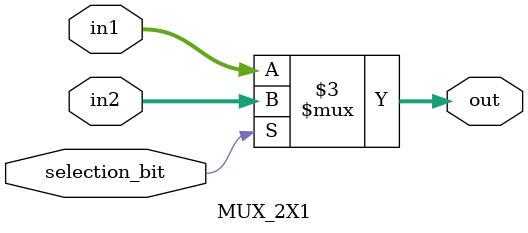
<source format=v>
`timescale 1ns / 1ns

module MUX_2X1( in1, in2, selection_bit, out);

input [31:0] in1, in2;
input selection_bit;
output reg [31:0] out;

always @(*)
begin
	if (selection_bit)
		out = in2;
	else
		out = in1;
end

endmodule
</source>
